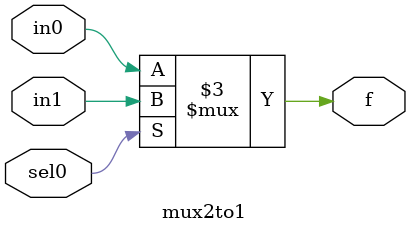
<source format=v>

module mux2to1 (
	input in0,in1,sel0,
	output f);
reg f;
 always @(*)
 begin
	 if(sel0)
		 f = in1;
	 else
		 f = in0;
 end
endmodule

</source>
